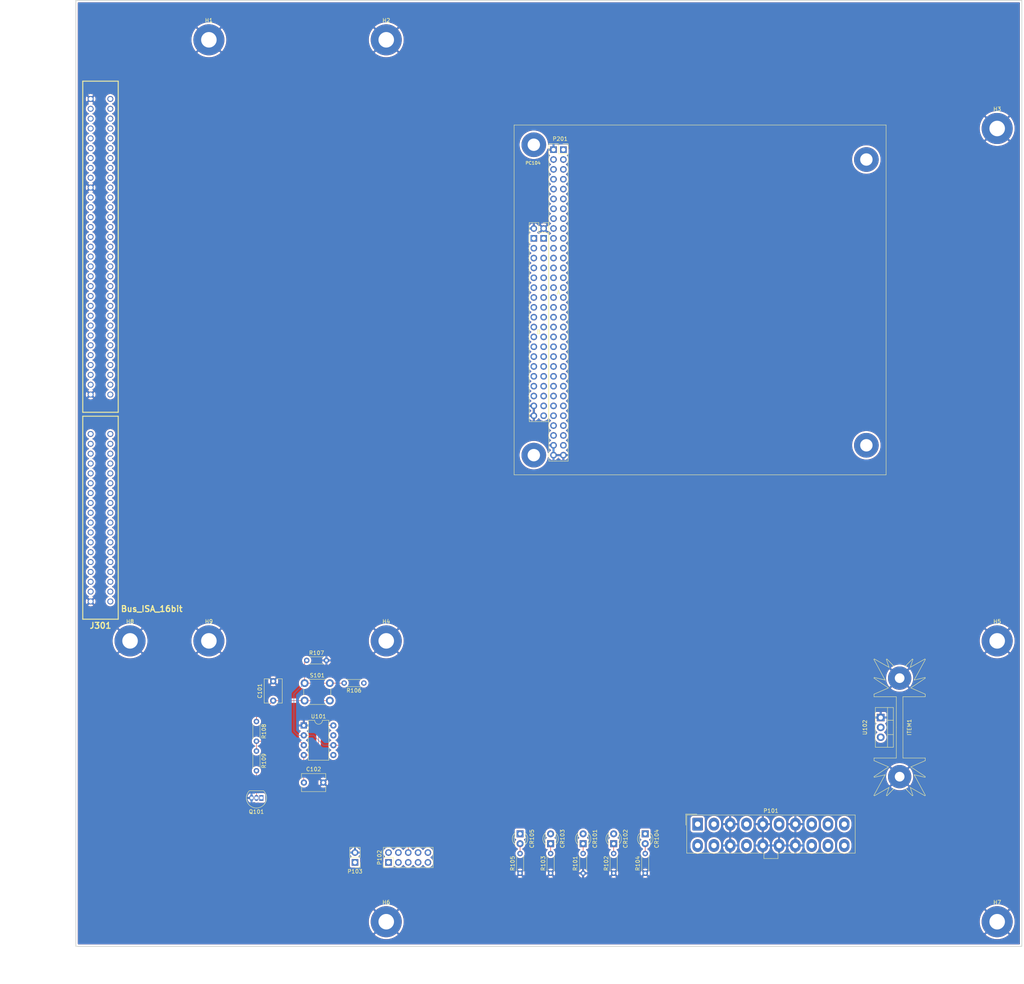
<source format=kicad_pcb>
(kicad_pcb (version 20211014) (generator pcbnew)
  (title_block (title "Universal ISA Backplane") (date "2022-01-08") (rev "1.99-dev") (company "Tedd | License: GFDLv3"))
  (layers (0 "F.Cu" signal) (1 "In1.Cu" power) (2 "In2.Cu" power) (31 "B.Cu" signal) (36 "B.SilkS" user "B.Silkscreen") (37 "F.SilkS" user "F.Silkscreen") (38 "B.Mask" user) (39 "F.Mask" user) (44 "Edge.Cuts" user))
  (net 0 "")
  (net 1 "GND")
  (net 2 "/Power/+5VSB")
  (net 3 "Net-(CR101-Pad1)")
  (net 4 "Net-(CR102-Pad1)")
  (net 5 "/ISA1/+5V")
  (net 6 "Net-(CR103-Pad1)")
  (net 7 "/ISA1/+12V")
  (net 8 "/ISA1/-12V")
  (net 9 "Net-(CR104-Pad2)")
  (net 10 "/ISA1/-5V")
  (net 11 "Net-(CR105-Pad2)")
  (net 13 "Net-(P101-Pad1)")
  (net 22 "Net-(Q101-Pad2)")
  (net 23 "Net-(R108-Pad2)")
  (net 26 "Net-(C101-Pad1)")
  (net 27 "Net-(P102-Pad6)")
  (net 28 "Net-(P101-Pad14)")
  (net 29 "/ISA1/~{IOCHK}")
  (net 30 "/ISA1/SD7")
  (net 31 "/ISA1/SD6")
  (net 32 "/ISA1/SD5")
  (net 33 "/ISA1/SD4")
  (net 34 "/ISA1/SD3")
  (net 35 "/ISA1/SD2")
  (net 36 "/ISA1/SD1")
  (net 37 "/ISA1/SD0")
  (net 38 "/ISA1/IOCHRDY")
  (net 39 "/ISA1/AEN")
  (net 40 "/ISA1/SA19")
  (net 41 "/ISA1/SA18")
  (net 42 "/ISA1/SA17")
  (net 43 "/ISA1/SA16")
  (net 44 "/ISA1/SA15")
  (net 45 "/ISA1/SA14")
  (net 46 "/ISA1/SA13")
  (net 47 "/ISA1/SA12")
  (net 48 "/ISA1/SA11")
  (net 49 "/ISA1/SA10")
  (net 50 "/ISA1/SA9")
  (net 51 "/ISA1/SA8")
  (net 52 "/ISA1/SA7")
  (net 53 "/ISA1/SA6")
  (net 54 "/ISA1/SA5")
  (net 55 "/ISA1/SA4")
  (net 56 "/ISA1/SA3")
  (net 57 "/ISA1/SA2")
  (net 58 "/ISA1/SA1")
  (net 59 "/ISA1/SA0")
  (net 60 "/ISA1/RESET")
  (net 61 "/ISA1/IRQ9")
  (net 62 "/ISA1/DRQ2")
  (net 63 "/ISA1/~{SRDY}")
  (net 65 "/ISA1/~{SMEMW}")
  (net 66 "/ISA1/~{SMEMR}")
  (net 67 "/ISA1/~{IOW}")
  (net 68 "/ISA1/~{IOR}")
  (net 69 "/ISA1/~{DACK3}")
  (net 70 "/ISA1/DRQ3")
  (net 71 "/ISA1/~{DACK1}")
  (net 72 "/ISA1/DRQ1")
  (net 73 "/ISA1/~{REFRESH}")
  (net 74 "/ISA1/BCLK")
  (net 75 "/ISA1/IRQ7")
  (net 76 "/ISA1/IRQ6")
  (net 77 "/ISA1/IRQ5")
  (net 78 "/ISA1/IRQ4")
  (net 79 "/ISA1/IRQ3")
  (net 80 "/ISA1/~{DACK2}")
  (net 81 "/ISA1/TC")
  (net 82 "/ISA1/BALE")
  (net 83 "/ISA1/OSC")
  (net 84 "/ISA1/~{SBHE}")
  (net 85 "/ISA1/LA23")
  (net 86 "/ISA1/LA22")
  (net 87 "/ISA1/LA21")
  (net 88 "/ISA1/LA20")
  (net 89 "/ISA1/LA19")
  (net 90 "/ISA1/LA18")
  (net 91 "/ISA1/LA17")
  (net 92 "/ISA1/~{MEMR}")
  (net 93 "/ISA1/SD8")
  (net 94 "/ISA1/SD9")
  (net 95 "/ISA1/SD10")
  (net 96 "/ISA1/SD11")
  (net 97 "/ISA1/SD12")
  (net 98 "/ISA1/SD13")
  (net 99 "/ISA1/SD14")
  (net 100 "/ISA1/SD15")
  (net 102 "/ISA1/~{MEMCS16}")
  (net 103 "/ISA1/~{IOCS16}")
  (net 104 "/ISA1/IRQ10")
  (net 105 "/ISA1/IRQ11")
  (net 106 "/ISA1/IRQ12")
  (net 107 "/ISA1/IRQ15")
  (net 108 "/ISA1/IRQ14")
  (net 109 "/ISA1/~{DACK0}")
  (net 110 "/ISA1/DRQ0")
  (net 111 "/ISA1/~{DACK5}")
  (net 112 "/ISA1/DRQ5")
  (net 113 "/ISA1/~{DACK6}")
  (net 114 "/ISA1/DRQ6")
  (net 115 "/ISA1/~{DACK7}")
  (net 116 "/ISA1/DRQ7")
  (net 117 "/ISA1/~{MASTER}")
  (net 118 "/ISA1/~{MEMW}")
  (footprint "MountingHole:MountingHole_4mm_Pad_TopBottom" (layer "F.Cu") (at 72.771 190.119)
    (fp_text reference "H9")
    (fp_text value "MountingHole_Pad")
  )
  (footprint "Package_TO_SOT_THT:TO-92_Inline" (layer "F.Cu") (at 86.305 230.603 180)
    (fp_text reference "Q101")
    (fp_text value "BC547")
  )
  (footprint "MountingHole:MountingHole_4mm_Pad_TopBottom" (layer "F.Cu") (at 275.971 58.039)
    (fp_text reference "H3")
    (fp_text value "MountingHole_Pad")
  )
  (footprint "Universal-ISA-Backplane:PC104_Platform" (layer "F.Cu") (at 164.1475 63.5 180)
    (fp_text reference "P201")
    (fp_text value "PC104")
  )
  (footprint "Resistor_THT:R_Axial_DIN0204_L3.6mm_D1.6mm_P5.08mm_Horizontal" (layer "F.Cu") (at 160.859 250.013 90)
    (fp_text reference "R103")
    (fp_text value "1K 10% QW MF")
  )
  (footprint "LED_THT:LED_D3.0mm" (layer "F.Cu") (at 169.241 242.393 90)
    (fp_text reference "CR101")
    (fp_text value "+5VSB")
  )
  (footprint "LED_THT:LED_D3.0mm" (layer "F.Cu") (at 160.859 242.393 90)
    (fp_text reference "CR103")
    (fp_text value "+12V")
  )
  (footprint "Resistor_THT:R_Axial_DIN0204_L3.6mm_D1.6mm_P5.08mm_Horizontal" (layer "F.Cu") (at 85.035 218.517 -90)
    (fp_text reference "R109")
    (fp_text value "100K 10% QW MF")
  )
  (footprint "MountingHole:MountingHole_4mm_Pad_TopBottom" (layer "F.Cu") (at 275.971 262.509)
    (fp_text reference "H7")
    (fp_text value "MountingHole_Pad")
  )
  (footprint "Capacitor_THT:C_Disc_D6.0mm_W4.4mm_P5.00mm" (layer "F.Cu") (at 89.353 205.523 90)
    (fp_text reference "C101")
    (fp_text value "µ47 10% 50V CR X7R")
  )
  (footprint "MountingHole:MountingHole_4mm_Pad_TopBottom" (layer "F.Cu") (at 118.491 190.119)
    (fp_text reference "H4")
    (fp_text value "MountingHole_Pad")
  )
  (footprint "MountingHole:MountingHole_4mm_Pad_TopBottom" (layer "F.Cu") (at 72.771 35.179)
    (fp_text reference "H1")
    (fp_text value "MountingHole_Pad")
  )
  (footprint "Resistor_THT:R_Axial_DIN0204_L3.6mm_D1.6mm_P5.08mm_Horizontal" (layer "F.Cu") (at 152.985 250.013 90)
    (fp_text reference "R105")
    (fp_text value "270R 10% QW MF")
  )
  (footprint "Button_Switch_THT:SW_PUSH_6mm" (layer "F.Cu") (at 97.451 201.013)
    (fp_text reference "S101")
    (fp_text value "Power")
  )
  (footprint "LED_THT:LED_D3.0mm" (layer "F.Cu") (at 185.243 239.853 -90)
    (fp_text reference "CR104")
    (fp_text value "-12V")
  )
  (footprint "Resistor_THT:R_Axial_DIN0204_L3.6mm_D1.6mm_P5.08mm_Horizontal" (layer "F.Cu") (at 112.721 200.991 180)
    (fp_text reference "R106")
    (fp_text value "100K 10% QW MF")
  )
  (footprint "Resistor_THT:R_Axial_DIN0204_L3.6mm_D1.6mm_P5.08mm_Horizontal" (layer "F.Cu") (at 185.243 250.013 90)
    (fp_text reference "R104")
    (fp_text value "1K 10% QW MF")
  )
  (footprint "Resistor_THT:R_Axial_DIN0204_L3.6mm_D1.6mm_P5.08mm_Horizontal" (layer "F.Cu") (at 169.241 244.933 -90)
    (fp_text reference "R101")
    (fp_text value "270R 10% QW MF")
  )
  (footprint "LED_THT:LED_D3.0mm" (layer "F.Cu") (at 152.985 239.853 -90)
    (fp_text reference "CR105")
    (fp_text value "-5V")
  )
  (footprint "Resistor_THT:R_Axial_DIN0204_L3.6mm_D1.6mm_P5.08mm_Horizontal" (layer "F.Cu") (at 177.115 250.013 90)
    (fp_text reference "R102")
    (fp_text value "270R 10% QW MF")
  )
  (footprint "MountingHole:MountingHole_4mm_Pad_TopBottom" (layer "F.Cu") (at 118.491 35.179)
    (fp_text reference "H2")
    (fp_text value "MountingHole_Pad")
  )
  (footprint "MountingHole:MountingHole_4mm_Pad_TopBottom" (layer "F.Cu") (at 118.491 262.509)
    (fp_text reference "H6")
    (fp_text value "MountingHole_Pad")
  )
  (footprint "Heatsink:Heatsink_Fischer_SK104-STC-STIC_35x13mm_2xDrill2.5mm" (layer "F.Cu") (at 250.831 212.421 -90)
    (fp_text reference "ITEM1")
    (fp_text value "Heatsink_Pad")
  )
  (footprint "Connector_Molex:Molex_Mini-Fit_Jr_5566-20A_2x10_P4.20mm_Vertical" (layer "F.Cu") (at 198.755 237.363)
    (fp_text reference "P101")
    (fp_text value "ATX 20-Pin Power")
  )
  (footprint "Connector_PinHeader_2.54mm:PinHeader_1x02_P2.54mm_Vertical" (layer "F.Cu") (at 110.435 247.219 180)
    (fp_text reference "P103")
    (fp_text value "HW_SW_PWR")
  )
  (footprint "MountingHole:MountingHole_4mm_Pad_TopBottom" (layer "F.Cu") (at 275.971 190.119)
    (fp_text reference "H5")
    (fp_text value "MountingHole_Pad")
  )
  (footprint "Package_TO_SOT_THT:TO-220-3_Vertical" (layer "F.Cu") (at 245.949 209.881 -90)
    (fp_text reference "U102")
    (fp_text value "7905")
  )
  (footprint "Package_DIP:DIP-8_W7.62mm" (layer "F.Cu") (at 97.237 211.923)
    (fp_text reference "U101")
    (fp_text value "555")
  )
  (footprint "Resistor_THT:R_Axial_DIN0204_L3.6mm_D1.6mm_P5.08mm_Horizontal" (layer "F.Cu") (at 85.035 210.897 -90)
    (fp_text reference "R108")
    (fp_text value "270K 10% QW MF")
  )
  (footprint "Resistor_THT:R_Axial_DIN0204_L3.6mm_D1.6mm_P5.08mm_Horizontal" (layer "F.Cu") (at 97.989 195.149)
    (fp_text reference "R107")
    (fp_text value "100K 10% QW MF")
  )
  (footprint "LED_THT:LED_D3.0mm" (layer "F.Cu") (at 177.115 242.393 90)
    (fp_text reference "CR102")
    (fp_text value "+5V")
  )
  (footprint "MountingHole:MountingHole_4mm_Pad_TopBottom" (layer "F.Cu") (at 52.451 190.119)
    (fp_text reference "H8")
    (fp_text value "MountingHole_Pad")
  )
  (footprint "Capacitor_THT:C_Disc_D6.0mm_W4.4mm_P5.00mm" (layer "F.Cu") (at 97.267 226.645)
    (fp_text reference "C102")
    (fp_text value "µ1 10% 50V CR X7R")
  )
  (footprint "Connector_PinHeader_2.54mm:PinHeader_2x05_P2.54mm_Vertical" (layer "F.Cu") (at 119.076 247.224 90)
    (fp_text reference "P102")
    (fp_text value "F_PANEL")
  )
  (footprint "Universal-ISA-Backplane:ISA16" (layer "F.Cu") (at 42.799 118.237)
    (fp_text reference "J301")
    (fp_text value "Bus_ISA_16bit")
  )
  (gr_rect (start 38.481 25.019) (end 282.321 268.859) (layer "Edge.Cuts") (width 0.2) (fill none))
  (segment (start 97.237 219.543) (end 99.757 219.543) (width 0.127) (layer "F.Cu") (net 2))
  (segment (start 102.5535 211.923) (end 104.857 211.923) (width 0.127) (layer "F.Cu") (net 2))
  (segment (start 101.037 213.4395) (end 102.5535 211.923) (width 0.127) (layer "F.Cu") (net 2))
  (segment (start 97.237 219.543) (end 97.237 226.615) (width 0.127) (layer "F.Cu") (net 2))
  (segment (start 101.037 218.263) (end 101.037 213.4395) (width 0.127) (layer "F.Cu") (net 2))
  (segment (start 99.757 219.543) (end 101.037 218.263) (width 0.127) (layer "F.Cu") (net 2))
  (segment (start 169.241 244.933) (end 169.241 242.393) (width 0.127) (layer "F.Cu") (net 3))
  (segment (start 177.115 244.933) (end 177.115 242.393) (width 0.127) (layer "F.Cu") (net 4))
  (segment (start 160.859 244.933) (end 160.859 242.393) (width 0.127) (layer "F.Cu") (net 6))
  (segment (start 185.243 244.933) (end 185.243 242.393) (width 0.127) (layer "F.Cu") (net 9))
  (segment (start 152.985 244.933) (end 152.985 242.393) (width 0.127) (layer "F.Cu") (net 11))
  (segment (start 85.035 230.603) (end 85.035 223.597) (width 0.127) (layer "F.Cu") (net 22))
  (segment (start 96.211 215.977) (end 97.237 217.003) (width 0.127) (layer "F.Cu") (net 23))
  (segment (start 85.035 215.977) (end 96.211 215.977) (width 0.127) (layer "F.Cu") (net 23))
  (segment (start 85.035 215.977) (end 85.035 218.517) (width 0.127) (layer "F.Cu") (net 23))
  (segment (start 97.451 205.513) (end 89.363 205.513) (width 0.127) (layer "F.Cu") (net 26))
  (segment (start 89.353 205.523) (end 85.035 209.841) (width 0.127) (layer "F.Cu") (net 26))
  (segment (start 85.035 209.841) (end 85.035 210.897) (width 0.127) (layer "F.Cu") (net 26))
  (segment (start 97.451 205.513) (end 103.951 205.513) (width 0.127) (layer "F.Cu") (net 26))
  (segment (start 97.451 201.013) (end 97.451 195.687) (width 0.127) (layer "F.Cu") (net 27))
  (segment (start 124.156 218.014) (end 124.156 244.684) (width 0.127) (layer "F.Cu") (net 27))
  (segment (start 103.951 201.013) (end 107.619 201.013) (width 0.127) (layer "F.Cu") (net 27))
  (segment (start 97.451 201.013) (end 103.951 201.013) (width 0.127) (layer "F.Cu") (net 27))
  (segment (start 104.857 217.003) (end 123.145 217.003) (width 0.127) (layer "F.Cu") (net 27))
  (segment (start 123.145 217.003) (end 124.156 218.014) (width 0.127) (layer "F.Cu") (net 27))
  (segment (start 97.451 195.687) (end 97.989 195.149) (width 0.127) (layer "F.Cu") (net 27))
  (segment (start 97.237 214.463) (end 95.713 214.463) (width 0.127) (layer "B.Cu") (net 27))
  (segment (start 94.687 213.437) (end 94.687 203.777) (width 0.127) (layer "B.Cu") (net 27))
  (segment (start 94.687 203.777) (end 97.451 201.013) (width 0.127) (layer "B.Cu") (net 27))
  (segment (start 95.713 214.463) (end 94.687 213.437) (width 0.127) (layer "B.Cu") (net 27))
  (segment (start 97.237 214.463) (end 99.777 214.463) (width 0.127) (layer "B.Cu") (net 27))
  (segment (start 99.777 214.463) (end 102.317 217.003) (width 0.127) (layer "B.Cu") (net 27))
  (segment (start 102.317 217.003) (end 104.857 217.003) (width 0.127) (layer "B.Cu") (net 27))
  (zone (net 1) (net_name "GND") (layers F&B.Cu) (connect_pads (clearance 0.508)) (min_thickness 0.254) (fill yes (thermal_gap 0.508) (thermal_bridge_width 0.508))
    (polygon (pts (xy 282.321 268.859) (xy 38.481 268.859) (xy 38.481 25.019) (xy 282.321 25.019)))
  )
)
</source>
